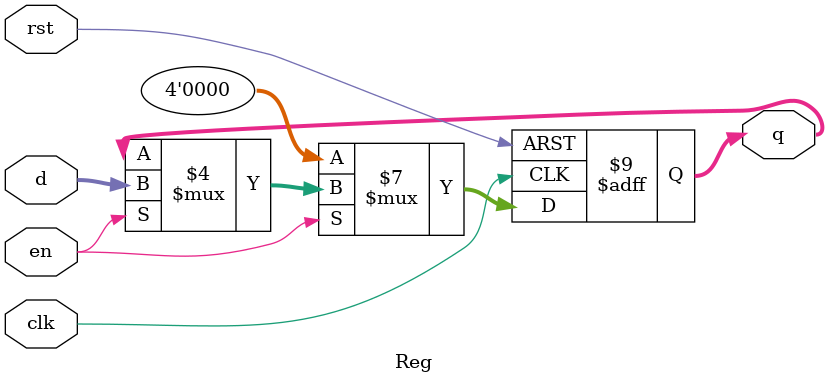
<source format=v>
`timescale 1ns / 1ps

module Reg #(parameter WIDTH = 4)
(input wire clk, rst, en, input wire [WIDTH-1:0] d, output reg [WIDTH-1:0] q);
// asynchronous, active HIGH reset w. enable input
    always @(posedge clk, posedge rst)
        if (rst) q <= 0;
        else if (!en) q <= 0;
        else if (en) q <= d;
        else q <= q;
endmodule
</source>
